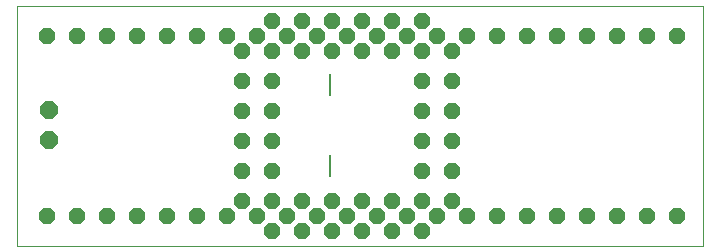
<source format=gts>
G75*
%MOIN*%
%OFA0B0*%
%FSLAX25Y25*%
%IPPOS*%
%LPD*%
%AMOC8*
5,1,8,0,0,1.08239X$1,22.5*
%
%ADD10C,0.00000*%
%ADD11OC8,0.05600*%
%ADD12OC8,0.06000*%
%ADD13R,0.00600X0.07200*%
D10*
X0001000Y0001300D02*
X0001000Y0081261D01*
X0229701Y0081261D01*
X0229701Y0001300D01*
X0001000Y0001300D01*
D11*
X0011000Y0011300D03*
X0021000Y0011300D03*
X0031000Y0011300D03*
X0041000Y0011300D03*
X0051000Y0011300D03*
X0061000Y0011300D03*
X0071000Y0011300D03*
X0081000Y0011300D03*
X0091000Y0011300D03*
X0101000Y0011300D03*
X0111000Y0011300D03*
X0121000Y0011300D03*
X0131000Y0011300D03*
X0141000Y0011300D03*
X0151000Y0011300D03*
X0161000Y0011300D03*
X0171000Y0011300D03*
X0181000Y0011300D03*
X0191000Y0011300D03*
X0201000Y0011300D03*
X0211000Y0011300D03*
X0221000Y0011300D03*
X0146000Y0016300D03*
X0136000Y0016300D03*
X0126000Y0016300D03*
X0116000Y0016300D03*
X0106000Y0016300D03*
X0096000Y0016300D03*
X0086000Y0016300D03*
X0076000Y0016300D03*
X0076000Y0026300D03*
X0086000Y0026300D03*
X0086000Y0036300D03*
X0076000Y0036300D03*
X0076000Y0046300D03*
X0086000Y0046300D03*
X0086000Y0056300D03*
X0076000Y0056300D03*
X0076000Y0066300D03*
X0086000Y0066300D03*
X0096000Y0066300D03*
X0106000Y0066300D03*
X0116000Y0066300D03*
X0126000Y0066300D03*
X0136000Y0066300D03*
X0146000Y0066300D03*
X0141000Y0071300D03*
X0151000Y0071300D03*
X0161000Y0071300D03*
X0171000Y0071300D03*
X0181000Y0071300D03*
X0191000Y0071300D03*
X0201000Y0071300D03*
X0211000Y0071300D03*
X0221000Y0071300D03*
X0146000Y0056300D03*
X0136000Y0056300D03*
X0136000Y0046300D03*
X0146000Y0046300D03*
X0146000Y0036300D03*
X0136000Y0036300D03*
X0136000Y0026300D03*
X0146000Y0026300D03*
X0136000Y0006300D03*
X0126000Y0006300D03*
X0116000Y0006300D03*
X0106000Y0006300D03*
X0096000Y0006300D03*
X0086000Y0006300D03*
X0081000Y0071300D03*
X0091000Y0071300D03*
X0101000Y0071300D03*
X0111000Y0071300D03*
X0121000Y0071300D03*
X0131000Y0071300D03*
X0126000Y0076300D03*
X0116000Y0076300D03*
X0106000Y0076300D03*
X0096000Y0076300D03*
X0086000Y0076300D03*
X0071000Y0071300D03*
X0061000Y0071300D03*
X0051000Y0071300D03*
X0041000Y0071300D03*
X0031000Y0071300D03*
X0021000Y0071300D03*
X0011000Y0071300D03*
X0136000Y0076300D03*
D12*
X0011712Y0046475D03*
X0011712Y0036475D03*
D13*
X0105162Y0028125D03*
X0105162Y0054825D03*
M02*

</source>
